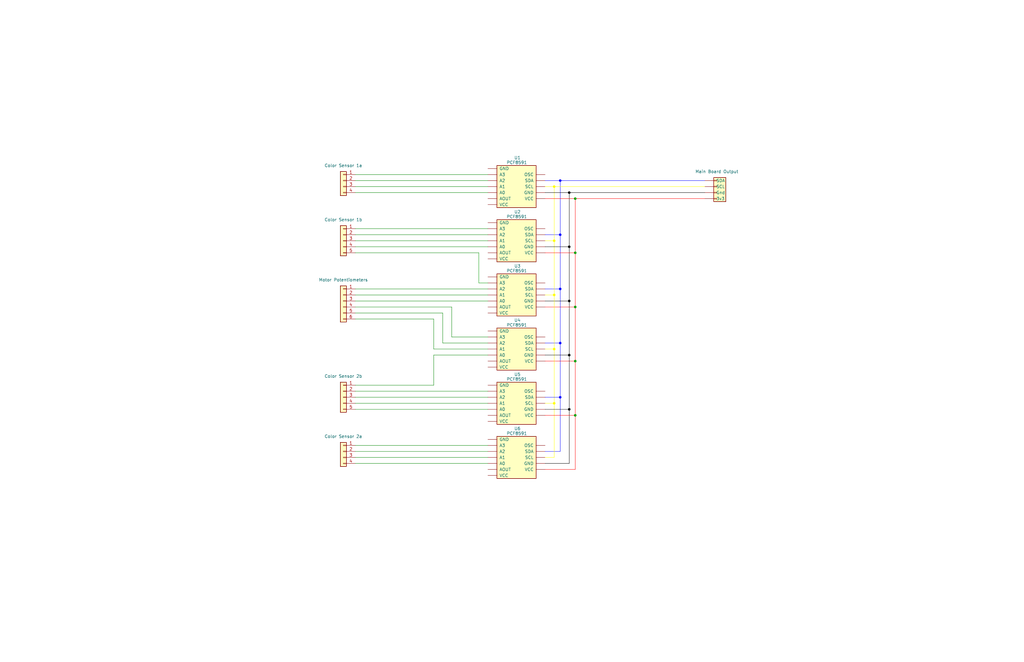
<source format=kicad_sch>
(kicad_sch (version 20231120) (generator "eeschema") (generator_version "8.0")
  (paper "B")
  (title_block (title "Rubik's Cube ADC Board") (date "5/22/24") (rev "A") (company "Designed by Charlie Lambert") (comment 1 "Sensor ADC board for Rubik's Cube Solving Machine"))
  (lib_symbols
    (symbol "Conn_01x04_1" (pin_numbers hide) (pin_names (offset 1.016))
      (property "Value" "Main Board Output" (at 0 -8.89 0))
      (symbol "Conn_01x04_1_1_1"
        (rectangle (start -1.27 -4.953) (end 0 -5.207) (stroke (width 0.1524)))
        (rectangle (start -1.27 -2.413) (end 0 -2.667) (stroke (width 0.1524)))
        (rectangle (start -1.27 0.127) (end 0 -0.127) (stroke (width 0.1524)))
        (rectangle (start -1.27 2.667) (end 0 2.413) (stroke (width 0.1524)))
        (rectangle (start -1.27 3.81) (end 3.81 -6.35) (stroke (width 0.254)) (fill (type background)))
        (pin passive line (at -5.08 2.54 0) (length 3.81) (name "3v3") (number "1"))
        (pin passive line (at -5.08 0 0) (length 3.81) (name "Gnd") (number "2"))
        (pin passive line (at -5.08 -2.54 0) (length 3.81) (name "SCL") (number "3"))
        (pin passive line (at -5.08 -5.08 0) (length 3.81) (name "SDA") (number "4"))
      )
    )
    (symbol "Connector_Generic:Conn_01x04" (pin_names (offset 1.016) hide)
      (property "Reference" "J" (at 0 5.08 0))
      (property "Value" "Conn_01x04" (at 0 -7.62 0))
      (symbol "Conn_01x04_1_1"
        (rectangle (start -1.27 -4.953) (end 0 -5.207) (stroke (width 0.1524)))
        (rectangle (start -1.27 -2.413) (end 0 -2.667) (stroke (width 0.1524)))
        (rectangle (start -1.27 0.127) (end 0 -0.127) (stroke (width 0.1524)))
        (rectangle (start -1.27 2.667) (end 0 2.413) (stroke (width 0.1524)))
        (rectangle (start -1.27 3.81) (end 1.27 -6.35) (stroke (width 0.254)) (fill (type background)))
        (pin passive line (at -5.08 2.54 0) (length 3.81) (name "Pin_1") (number "1"))
        (pin passive line (at -5.08 0 0) (length 3.81) (name "Pin_2") (number "2"))
        (pin passive line (at -5.08 -2.54 0) (length 3.81) (name "Pin_3") (number "3"))
        (pin passive line (at -5.08 -5.08 0) (length 3.81) (name "Pin_4") (number "4"))
      )
    )
    (symbol "Connector_Generic:Conn_01x05" (pin_names (offset 1.016) hide)
      (property "Reference" "J" (at 0 7.62 0))
      (property "Value" "Conn_01x05" (at 0 -7.62 0))
      (symbol "Conn_01x05_1_1"
        (rectangle (start -1.27 -4.953) (end 0 -5.207) (stroke (width 0.1524)))
        (rectangle (start -1.27 -2.413) (end 0 -2.667) (stroke (width 0.1524)))
        (rectangle (start -1.27 0.127) (end 0 -0.127) (stroke (width 0.1524)))
        (rectangle (start -1.27 2.667) (end 0 2.413) (stroke (width 0.1524)))
        (rectangle (start -1.27 5.207) (end 0 4.953) (stroke (width 0.1524)))
        (rectangle (start -1.27 6.35) (end 1.27 -6.35) (stroke (width 0.254)) (fill (type background)))
        (pin passive line (at -5.08 5.08 0) (length 3.81) (name "Pin_1") (number "1"))
        (pin passive line (at -5.08 2.54 0) (length 3.81) (name "Pin_2") (number "2"))
        (pin passive line (at -5.08 0 0) (length 3.81) (name "Pin_3") (number "3"))
        (pin passive line (at -5.08 -2.54 0) (length 3.81) (name "Pin_4") (number "4"))
        (pin passive line (at -5.08 -5.08 0) (length 3.81) (name "Pin_5") (number "5"))
      )
    )
    (symbol "Connector_Generic:Conn_01x06" (pin_names (offset 1.016) hide)
      (property "Reference" "J" (at 0 7.62 0))
      (property "Value" "Conn_01x06" (at 0 -10.16 0))
      (symbol "Conn_01x06_1_1"
        (rectangle (start -1.27 -7.493) (end 0 -7.747) (stroke (width 0.1524)))
        (rectangle (start -1.27 -4.953) (end 0 -5.207) (stroke (width 0.1524)))
        (rectangle (start -1.27 -2.413) (end 0 -2.667) (stroke (width 0.1524)))
        (rectangle (start -1.27 0.127) (end 0 -0.127) (stroke (width 0.1524)))
        (rectangle (start -1.27 2.667) (end 0 2.413) (stroke (width 0.1524)))
        (rectangle (start -1.27 5.207) (end 0 4.953) (stroke (width 0.1524)))
        (rectangle (start -1.27 6.35) (end 1.27 -8.89) (stroke (width 0.254)) (fill (type background)))
        (pin passive line (at -5.08 5.08 0) (length 3.81) (name "Pin_1") (number "1"))
        (pin passive line (at -5.08 2.54 0) (length 3.81) (name "Pin_2") (number "2"))
        (pin passive line (at -5.08 0 0) (length 3.81) (name "Pin_3") (number "3"))
        (pin passive line (at -5.08 -2.54 0) (length 3.81) (name "Pin_4") (number "4"))
        (pin passive line (at -5.08 -5.08 0) (length 3.81) (name "Pin_5") (number "5"))
        (pin passive line (at -5.08 -7.62 0) (length 3.81) (name "Pin_6") (number "6"))
      )
    )
    (symbol "Interface_Expansion:PCF8591" (pin_numbers hide) (pin_names (offset 1.016))
      (property "Reference" "U1" (at -3.556 -7.112 0))
      (property "Value" "PCF8591" (at -3.302 -5.08 0))
      (symbol "PCF8591_0_1"
        (rectangle (start -11.43 13.97) (end 5.08 -3.81) (stroke (width 0.254)) (fill (type background)))
      )
      (symbol "PCF8591_1_1"
        (pin passive line (at -10.16 17.78 270) (length 3.81) hide (name "AIN0") (number "1"))
        (pin input line (at -15.24 5.08 0) (length 3.81) (name "SCL") (number "10"))
        (pin bidirectional line (at -15.24 0 0) (length 3.81) (name "OSC") (number "11"))
        (pin input line (at 5.08 17.78 270) (length 3.81) hide (name "EXT") (number "12"))
        (pin power_out line (at -15.24 7.62 0) (length 3.81) (name "GND") (number "13"))
        (pin power_out line (at 8.89 -2.54 180) (length 3.81) (name "GND") (number "13"))
        (pin passive line (at 2.54 17.78 270) (length 3.81) hide (name "VREF") (number "14"))
        (pin passive line (at 8.89 10.16 180) (length 3.81) (name "AOUT") (number "15"))
        (pin input line (at 8.89 0 180) (length 3.81) (name "A3") (number "16"))
        (pin power_in line (at 0 17.78 270) (length 3.81) hide (name "VDD") (number "16"))
        (pin passive line (at -7.62 17.78 270) (length 3.81) hide (name "AIN1") (number "2"))
        (pin passive line (at -5.08 17.78 270) (length 3.81) hide (name "AIN2") (number "3"))
        (pin passive line (at -2.54 17.78 270) (length 3.81) hide (name "AIN3") (number "4"))
        (pin input line (at 8.89 7.62 180) (length 3.81) (name "A0") (number "5"))
        (pin input line (at 8.89 5.08 180) (length 3.81) (name "A1") (number "6"))
        (pin input line (at 8.89 2.54 180) (length 3.81) (name "A2") (number "7"))
        (pin power_in line (at -15.24 10.16 0) (length 3.81) (name "VCC") (number "8"))
        (pin power_in line (at 8.89 12.7 180) (length 3.81) (name "VCC") (number "8"))
        (pin bidirectional line (at -15.24 2.54 0) (length 3.81) (name "SDA") (number "9"))
      )
    )
  )
  (junction (at 236.22 121.92) (color 0 0 255 1))
  (junction (at 236.22 99.06) (color 0 0 255 1))
  (junction (at 233.68 124.46) (color 255 255 0 1))
  (junction (at 240.03 149.86) (color 0 0 0 1))
  (junction (at 240.03 172.72) (color 0 0 0 1))
  (junction (at 233.68 78.74) (color 255 255 0 1))
  (junction (at 240.03 127) (color 0 0 0 1))
  (junction (at 236.22 76.2) (color 0 0 255 1))
  (junction (at 233.68 147.32) (color 255 255 0 1))
  (junction (at 242.57 83.82))
  (junction (at 242.57 106.68))
  (junction (at 240.03 104.14) (color 0 0 0 1))
  (junction (at 242.57 129.54))
  (junction (at 240.03 81.28) (color 0 0 0 1))
  (junction (at 242.57 175.26))
  (junction (at 233.68 101.6) (color 255 255 0 1))
  (junction (at 236.22 144.78) (color 0 0 255 1))
  (junction (at 242.57 152.4))
  (junction (at 236.22 167.64) (color 0 0 255 1))
  (junction (at 233.68 170.18) (color 255 255 0 1))
  (wire (pts (xy 236.22 167.64) (xy 236.22 190.5)) (stroke (width 0) (color 0 0 255 1)))
  (wire (pts (xy 233.68 170.18) (xy 233.68 193.04)) (stroke (width 0) (color 255 255 0 1)))
  (wire (pts (xy 236.22 144.78) (xy 229.87 144.78)) (stroke (width 0) (color 0 0 255 1)))
  (wire (pts (xy 149.86 127) (xy 205.74 127)) (stroke (width 0) (color 0 132 0 1)))
  (wire (pts (xy 149.86 99.06) (xy 205.74 99.06)) (stroke (width 0) (color 0 132 0 1)))
  (wire (pts (xy 149.86 132.08) (xy 186.69 132.08)) (stroke (width 0) (color 0 132 0 1)))
  (wire (pts (xy 182.88 134.62) (xy 182.88 147.32)) (stroke (width 0) (color 0 132 0 1)))
  (wire (pts (xy 240.03 127) (xy 229.87 127)) (stroke (width 0) (color 0 0 0 1)))
  (wire (pts (xy 240.03 104.14) (xy 240.03 127)) (stroke (width 0) (color 0 0 0 1)))
  (wire (pts (xy 236.22 121.92) (xy 236.22 144.78)) (stroke (width 0) (color 0 0 255 1)))
  (wire (pts (xy 233.68 147.32) (xy 229.87 147.32)) (stroke (width 0) (color 255 255 0 1)))
  (wire (pts (xy 242.57 152.4) (xy 242.57 175.26)) (stroke (width 0) (color 255 0 0 1)))
  (wire (pts (xy 233.68 78.74) (xy 233.68 101.6)) (stroke (width 0) (color 255 255 0 1)))
  (wire (pts (xy 233.68 170.18) (xy 229.87 170.18)) (stroke (width 0) (color 255 255 0 1)))
  (wire (pts (xy 149.86 96.52) (xy 205.74 96.52)) (stroke (width 0) (color 0 132 0 1)))
  (wire (pts (xy 190.5 129.54) (xy 190.5 142.24)) (stroke (width 0) (color 0 132 0 1)))
  (wire (pts (xy 149.86 78.74) (xy 205.74 78.74)) (stroke (width 0) (color 0 132 0 1)))
  (wire (pts (xy 240.03 149.86) (xy 240.03 172.72)) (stroke (width 0) (color 0 0 0 1)))
  (wire (pts (xy 149.86 190.5) (xy 205.74 190.5)) (stroke (width 0) (color 0 132 0 1)))
  (wire (pts (xy 229.87 81.28) (xy 240.03 81.28)) (stroke (width 0) (color 0 0 0 1)))
  (wire (pts (xy 149.86 73.66) (xy 205.74 73.66)) (stroke (width 0) (color 0 132 0 1)))
  (wire (pts (xy 233.68 124.46) (xy 229.87 124.46)) (stroke (width 0) (color 255 255 0 1)))
  (wire (pts (xy 182.88 162.56) (xy 182.88 149.86)) (stroke (width 0) (color 0 132 0 1)))
  (wire (pts (xy 240.03 81.28) (xy 297.18 81.28)) (stroke (width 0) (color 0 0 0 1)))
  (wire (pts (xy 233.68 78.74) (xy 297.18 78.74)) (stroke (width 0) (color 255 255 0 1)))
  (wire (pts (xy 233.68 101.6) (xy 233.68 124.46)) (stroke (width 0) (color 255 255 0 1)))
  (wire (pts (xy 242.57 175.26) (xy 229.87 175.26)) (stroke (width 0) (color 255 0 0 1)))
  (wire (pts (xy 149.86 187.96) (xy 205.74 187.96)) (stroke (width 0) (color 0 132 0 1)))
  (wire (pts (xy 229.87 99.06) (xy 236.22 99.06)) (stroke (width 0) (color 0 0 255 1)))
  (wire (pts (xy 242.57 129.54) (xy 229.87 129.54)) (stroke (width 0) (color 255 0 0 1)))
  (wire (pts (xy 186.69 144.78) (xy 205.74 144.78)) (stroke (width 0) (color 0 132 0 1)))
  (wire (pts (xy 182.88 147.32) (xy 205.74 147.32)) (stroke (width 0) (color 0 132 0 1)))
  (wire (pts (xy 242.57 83.82) (xy 297.18 83.82)) (stroke (width 0) (color 255 0 0 1)))
  (wire (pts (xy 240.03 127) (xy 240.03 149.86)) (stroke (width 0) (color 0 0 0 1)))
  (wire (pts (xy 240.03 172.72) (xy 229.87 172.72)) (stroke (width 0) (color 0 0 0 1)))
  (wire (pts (xy 201.93 106.68) (xy 201.93 119.38)))
  (wire (pts (xy 242.57 106.68) (xy 229.87 106.68)) (stroke (width 0) (color 255 0 0 1)))
  (wire (pts (xy 229.87 78.74) (xy 233.68 78.74)) (stroke (width 0) (color 255 255 0 1)))
  (wire (pts (xy 233.68 147.32) (xy 233.68 170.18)) (stroke (width 0) (color 255 255 0 1)))
  (wire (pts (xy 149.86 162.56) (xy 182.88 162.56)) (stroke (width 0) (color 0 132 0 1)))
  (wire (pts (xy 149.86 172.72) (xy 205.74 172.72)) (stroke (width 0) (color 0 132 0 1)))
  (wire (pts (xy 240.03 172.72) (xy 240.03 195.58)) (stroke (width 0) (color 0 0 0 1)))
  (wire (pts (xy 149.86 193.04) (xy 205.74 193.04)) (stroke (width 0) (color 0 132 0 1)))
  (wire (pts (xy 149.86 167.64) (xy 205.74 167.64)) (stroke (width 0) (color 0 132 0 1)))
  (wire (pts (xy 236.22 76.2) (xy 297.18 76.2)) (stroke (width 0) (color 0 0 255 1)))
  (wire (pts (xy 236.22 190.5) (xy 229.87 190.5)) (stroke (width 0) (color 0 0 255 1)))
  (wire (pts (xy 149.86 104.14) (xy 205.74 104.14)) (stroke (width 0) (color 0 132 0 1)))
  (wire (pts (xy 149.86 101.6) (xy 205.74 101.6)) (stroke (width 0) (color 0 132 0 1)))
  (wire (pts (xy 242.57 106.68) (xy 242.57 129.54)) (stroke (width 0) (color 255 0 0 1)))
  (wire (pts (xy 149.86 76.2) (xy 205.74 76.2)) (stroke (width 0) (color 0 132 0 1)))
  (wire (pts (xy 149.86 129.54) (xy 190.5 129.54)) (stroke (width 0) (color 0 132 0 1)))
  (wire (pts (xy 236.22 99.06) (xy 236.22 121.92)) (stroke (width 0) (color 0 0 255 1)))
  (wire (pts (xy 242.57 175.26) (xy 242.57 198.12)) (stroke (width 0) (color 255 0 0 1)))
  (wire (pts (xy 190.5 142.24) (xy 205.74 142.24)) (stroke (width 0) (color 0 132 0 1)))
  (wire (pts (xy 240.03 104.14) (xy 229.87 104.14)) (stroke (width 0) (color 0 0 0 1)))
  (wire (pts (xy 182.88 149.86) (xy 205.74 149.86)) (stroke (width 0) (color 0 132 0 1)))
  (wire (pts (xy 229.87 76.2) (xy 236.22 76.2)) (stroke (width 0) (color 0 0 255 1)))
  (wire (pts (xy 149.86 124.46) (xy 205.74 124.46)) (stroke (width 0) (color 0 132 0 1)))
  (wire (pts (xy 236.22 167.64) (xy 229.87 167.64)) (stroke (width 0) (color 0 0 255 1)))
  (wire (pts (xy 236.22 121.92) (xy 229.87 121.92)) (stroke (width 0) (color 0 0 255 1)))
  (wire (pts (xy 242.57 152.4) (xy 229.87 152.4)) (stroke (width 0) (color 255 0 0 1)))
  (wire (pts (xy 149.86 170.18) (xy 205.74 170.18)) (stroke (width 0) (color 0 132 0 1)))
  (wire (pts (xy 236.22 144.78) (xy 236.22 167.64)) (stroke (width 0) (color 0 0 255 1)))
  (wire (pts (xy 236.22 76.2) (xy 236.22 99.06)) (stroke (width 0) (color 0 0 255 1)))
  (wire (pts (xy 242.57 129.54) (xy 242.57 152.4)) (stroke (width 0) (color 255 0 0 1)))
  (wire (pts (xy 242.57 83.82) (xy 242.57 106.68)) (stroke (width 0) (color 255 0 0 1)))
  (wire (pts (xy 229.87 83.82) (xy 242.57 83.82)) (stroke (width 0) (color 255 0 0 1)))
  (wire (pts (xy 240.03 195.58) (xy 229.87 195.58)) (stroke (width 0) (color 0 0 0 1)))
  (wire (pts (xy 186.69 132.08) (xy 186.69 144.78)) (stroke (width 0) (color 0 132 0 1)))
  (wire (pts (xy 240.03 149.86) (xy 229.87 149.86)) (stroke (width 0) (color 0 0 0 1)))
  (wire (pts (xy 149.86 121.92) (xy 205.74 121.92)) (stroke (width 0) (color 0 132 0 1)))
  (wire (pts (xy 149.86 134.62) (xy 182.88 134.62)) (stroke (width 0) (color 0 132 0 1)))
  (wire (pts (xy 149.86 195.58) (xy 205.74 195.58)) (stroke (width 0) (color 0 132 0 1)))
  (wire (pts (xy 149.86 106.68) (xy 201.93 106.68)) (stroke (width 0) (color 0 132 0 1)))
  (wire (pts (xy 242.57 198.12) (xy 229.87 198.12)) (stroke (width 0) (color 255 0 0 1)))
  (wire (pts (xy 149.86 81.28) (xy 205.74 81.28)) (stroke (width 0) (color 0 132 0 1)))
  (wire (pts (xy 233.68 193.04) (xy 229.87 193.04)) (stroke (width 0) (color 255 255 0 1)))
  (wire (pts (xy 240.03 81.28) (xy 240.03 104.14)) (stroke (width 0) (color 0 0 0 1)))
  (wire (pts (xy 201.93 119.38) (xy 205.74 119.38)))
  (wire (pts (xy 233.68 124.46) (xy 233.68 147.32)) (stroke (width 0) (color 255 255 0 1)))
  (wire (pts (xy 149.86 165.1) (xy 205.74 165.1)) (stroke (width 0) (color 0 132 0 1)))
  (wire (pts (xy 233.68 101.6) (xy 229.87 101.6)) (stroke (width 0) (color 255 255 0 1)))
  (symbol (lib_id "Interface_Expansion:PCF8591") (at 214.63 187.96 180) (unit 1)
    (property "Reference" "U6" (at 218.186 180.848 0))
    (property "Value" "PCF8591" (at 217.932 182.88 0))
    (property "Datasheet" "http://www.nxp.com/docs/en/data-sheet/PCF8591.pdf" (effects (hide yes)))
    (property "Description" "4ch ADC, 1 DAC, I2C Bus Interface, DIP/SOIC-16" (effects (hide yes)))
  )
  (symbol (lib_id "Interface_Expansion:PCF8591") (at 214.63 73.66 180) (unit 1)
    (property "Reference" "U1" (at 218.186 66.548 0))
    (property "Value" "PCF8591" (at 217.932 68.58 0))
    (property "Datasheet" "http://www.nxp.com/docs/en/data-sheet/PCF8591.pdf" (effects (hide yes)))
    (property "Description" "4ch ADC, 1 DAC, I2C Bus Interface, DIP/SOIC-16" (effects (hide yes)))
  )
  (symbol (lib_id "Connector_Generic:Conn_01x04") (at 144.78 190.5 0) (mirror y) (unit 1)
    (property "Reference" "J2" (effects (hide yes)))
    (property "Value" "Color Sensor 2a" (at 144.78 184.15 0))
    (property "Footprint" "Connector_JST:JST_XH_B4B-XH-A_1x04_P2.50mm_Vertical" (effects (hide yes)))
    (property "Description" "Generic connector, single row, 01x04, script generated (kicad-library-utils/schlib/autogen/connector/)" (effects (hide yes)))
  )
  (symbol (lib_id "Interface_Expansion:PCF8591") (at 214.63 96.52 180) (unit 1)
    (property "Reference" "U2" (at 218.186 89.408 0))
    (property "Value" "PCF8591" (at 217.932 91.44 0))
    (property "Datasheet" "http://www.nxp.com/docs/en/data-sheet/PCF8591.pdf" (effects (hide yes)))
    (property "Description" "4ch ADC, 1 DAC, I2C Bus Interface, DIP/SOIC-16" (effects (hide yes)))
  )
  (symbol (lib_id "Interface_Expansion:PCF8591") (at 214.63 142.24 180) (unit 1)
    (property "Reference" "U4" (at 218.186 135.128 0))
    (property "Value" "PCF8591" (at 217.932 137.16 0))
    (property "Datasheet" "http://www.nxp.com/docs/en/data-sheet/PCF8591.pdf" (effects (hide yes)))
    (property "Description" "4ch ADC, 1 DAC, I2C Bus Interface, DIP/SOIC-16" (effects (hide yes)))
  )
  (symbol (lib_id "Connector_Generic:Conn_01x06") (at 144.78 127 0) (mirror y) (unit 1)
    (property "Reference" "J5" (effects (hide yes)))
    (property "Value" "Motor Potentiometers" (at 144.78 118.11 0))
    (property "Footprint" "Connector_JST:JST_XH_B5B-XH-A_1x06_P2.50mm_Vertical" (effects (hide yes)))
    (property "Description" "Generic connector, single row, 01x06, script generated (kicad-library-utils/schlib/autogen/connector/)" (effects (hide yes)))
  )
  (symbol (lib_id "Connector_Generic:Conn_01x05") (at 144.78 101.6 0) (mirror y) (unit 1)
    (property "Reference" "J3" (effects (hide yes)))
    (property "Value" "Color Sensor 1b" (at 144.78 92.71 0))
    (property "Footprint" "Connector_JST:JST_XH_B5B-XH-A_1x05_P2.50mm_Vertical" (effects (hide yes)))
    (property "Description" "Generic connector, single row, 01x05, script generated (kicad-library-utils/schlib/autogen/connector/)" (effects (hide yes)))
  )
  (symbol (lib_id "Connector_Generic:Conn_01x04") (at 144.78 76.2 0) (mirror y) (unit 1)
    (property "Reference" "J1" (effects (hide yes)))
    (property "Value" "Color Sensor 1a" (at 144.78 69.85 0))
    (property "Footprint" "Connector_JST:JST_XH_B4B-XH-A_1x04_P2.50mm_Vertical" (effects (hide yes)))
    (property "Description" "Generic connector, single row, 01x04, script generated (kicad-library-utils/schlib/autogen/connector/)" (effects (hide yes)))
  )
  (symbol (lib_id "Connector_Generic:Conn_01x05") (at 144.78 167.64 0) (mirror y) (unit 1)
    (property "Reference" "J4" (effects (hide yes)))
    (property "Value" "Color Sensor 2b" (at 144.78 158.75 0))
    (property "Footprint" "Connector_JST:JST_XH_B5B-XH-A_1x05_P2.50mm_Vertical" (effects (hide yes)))
    (property "Description" "Generic connector, single row, 01x05, script generated (kicad-library-utils/schlib/autogen/connector/)" (effects (hide yes)))
  )
  (symbol (lib_name "Conn_01x04_1") (lib_id "Connector_Generic:Conn_01x04") (at 302.26 81.28 0) (mirror x) (unit 1)
    (property "Reference" "J6" (effects (hide yes)))
    (property "Value" "Main Board Output" (at 302.26 72.39 0))
    (property "Footprint" "Connector_JST:JST_XH_B4B-XH-A_1x04_P2.50mm_Vertical" (effects (hide yes)))
    (property "Description" "Generic connector, single row, 01x04, script generated (kicad-library-utils/schlib/autogen/connector/)" (effects (hide yes)))
  )
  (symbol (lib_id "Interface_Expansion:PCF8591") (at 214.63 165.1 180) (unit 1)
    (property "Reference" "U5" (at 218.186 157.988 0))
    (property "Value" "PCF8591" (at 217.932 160.02 0))
    (property "Datasheet" "http://www.nxp.com/docs/en/data-sheet/PCF8591.pdf" (effects (hide yes)))
    (property "Description" "4ch ADC, 1 DAC, I2C Bus Interface, DIP/SOIC-16" (effects (hide yes)))
  )
  (symbol (lib_id "Interface_Expansion:PCF8591") (at 214.63 119.38 180) (unit 1)
    (property "Reference" "U3" (at 218.186 112.268 0))
    (property "Value" "PCF8591" (at 217.932 114.3 0))
    (property "Datasheet" "http://www.nxp.com/docs/en/data-sheet/PCF8591.pdf" (effects (hide yes)))
    (property "Description" "4ch ADC, 1 DAC, I2C Bus Interface, DIP/SOIC-16" (effects (hide yes)))
  )
)
</source>
